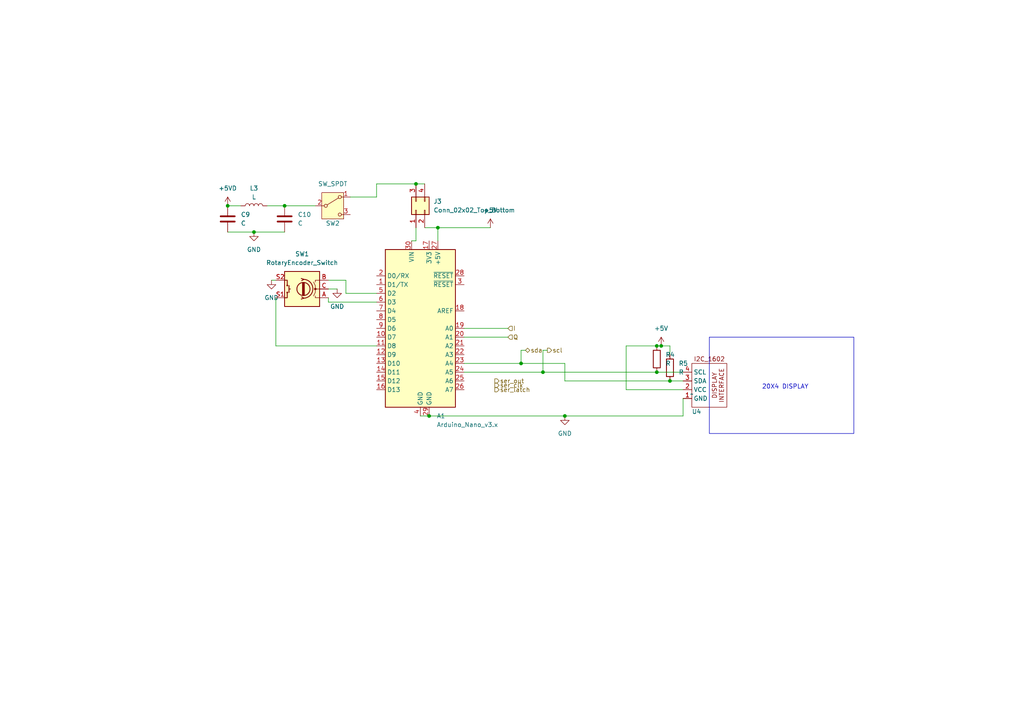
<source format=kicad_sch>
(kicad_sch (version 20230121) (generator eeschema)
  (paper "A4")
  (lib_symbols
    (symbol "Connector_Generic:Conn_02x02_Top_Bottom" (pin_names (offset 1.016) hide)
      (property "Reference" "J" (at 1.27 2.54 0))
      (property "Value" "Conn_02x02_Top_Bottom" (at 1.27 -5.08 0))
      (symbol "Conn_02x02_Top_Bottom_1_1"
        (rectangle (start -1.27 -2.413) (end 0 -2.667) (stroke (width 0.1524)))
        (rectangle (start -1.27 0.127) (end 0 -0.127) (stroke (width 0.1524)))
        (rectangle (start -1.27 1.27) (end 3.81 -3.81) (stroke (width 0.254)) (fill (type background)))
        (rectangle (start 3.81 -2.413) (end 2.54 -2.667) (stroke (width 0.1524)))
        (rectangle (start 3.81 0.127) (end 2.54 -0.127) (stroke (width 0.1524)))
        (pin passive line (at -5.08 0 0) (length 3.81) (name "Pin_1") (number "1"))
        (pin passive line (at -5.08 -2.54 0) (length 3.81) (name "Pin_2") (number "2"))
        (pin passive line (at 7.62 0 180) (length 3.81) (name "Pin_3") (number "3"))
        (pin passive line (at 7.62 -2.54 180) (length 3.81) (name "Pin_4") (number "4"))
      )
    )
    (symbol "Device:C" (pin_numbers hide) (pin_names (offset 0.254))
      (property "Reference" "C" (at 0.635 2.54 0))
      (property "Value" "C" (at 0.635 -2.54 0))
      (symbol "C_0_1"
        (polyline (pts (xy -2.032 -0.762) (xy 2.032 -0.762)) (stroke (width 0.508)))
        (polyline (pts (xy -2.032 0.762) (xy 2.032 0.762)) (stroke (width 0.508)))
      )
      (symbol "C_1_1"
        (pin passive line (at 0 3.81 270) (length 2.794) (name "~") (number "1"))
        (pin passive line (at 0 -3.81 90) (length 2.794) (name "~") (number "2"))
      )
    )
    (symbol "Device:L" (pin_numbers hide) (pin_names (offset 1.016) hide)
      (property "Reference" "L" (at -1.27 0 90))
      (property "Value" "L" (at 1.905 0 90))
      (symbol "L_0_1"
        (arc (start 0 -2.54) (mid 0.6323 -1.905) (end 0 -1.27))
        (arc (start 0 -1.27) (mid 0.6323 -0.635) (end 0 0))
        (arc (start 0 0) (mid 0.6323 0.635) (end 0 1.27))
        (arc (start 0 1.27) (mid 0.6323 1.905) (end 0 2.54))
      )
      (symbol "L_1_1"
        (pin passive line (at 0 3.81 270) (length 1.27) (name "1") (number "1"))
        (pin passive line (at 0 -3.81 90) (length 1.27) (name "2") (number "2"))
      )
    )
    (symbol "Device:R" (pin_numbers hide) (pin_names (offset 0))
      (property "Reference" "R" (at 2.032 0 90))
      (property "Value" "R" (at 0 0 90))
      (symbol "R_0_1"
        (rectangle (start -1.016 -2.54) (end 1.016 2.54) (stroke (width 0.254)))
      )
      (symbol "R_1_1"
        (pin passive line (at 0 3.81 270) (length 1.27) (name "~") (number "1"))
        (pin passive line (at 0 -3.81 90) (length 1.27) (name "~") (number "2"))
      )
    )
    (symbol "Device:RotaryEncoder_Switch" (pin_names (offset 0.254) hide)
      (property "Reference" "SW" (at 0 6.604 0))
      (property "Value" "RotaryEncoder_Switch" (at 0 -6.604 0))
      (symbol "RotaryEncoder_Switch_0_1"
        (rectangle (start -5.08 5.08) (end 5.08 -5.08) (stroke (width 0.254)) (fill (type background)))
        (circle (center -3.81 0) (radius 0.254) (fill (type outline)))
        (circle (center -0.381 0) (radius 1.905) (stroke (width 0.254)))
        (arc (start -0.381 2.667) (mid -3.0988 -0.0635) (end -0.381 -2.794) (stroke (width 0.254)))
        (polyline (pts (xy -0.635 -1.778) (xy -0.635 1.778)) (stroke (width 0.254)))
        (polyline (pts (xy -0.381 -1.778) (xy -0.381 1.778)) (stroke (width 0.254)))
        (polyline (pts (xy -0.127 1.778) (xy -0.127 -1.778)) (stroke (width 0.254)))
        (polyline (pts (xy 3.81 0) (xy 3.429 0)) (stroke (width 0.254)))
        (polyline (pts (xy 3.81 1.016) (xy 3.81 -1.016)) (stroke (width 0.254)))
        (polyline (pts (xy -5.08 -2.54) (xy -3.81 -2.54) (xy -3.81 -2.032)))
        (polyline (pts (xy -5.08 2.54) (xy -3.81 2.54) (xy -3.81 2.032)))
        (polyline (pts (xy 0.254 -3.048) (xy -0.508 -2.794) (xy 0.127 -2.413)) (stroke (width 0.254)))
        (polyline (pts (xy 0.254 2.921) (xy -0.508 2.667) (xy 0.127 2.286)) (stroke (width 0.254)))
        (polyline (pts (xy 5.08 -2.54) (xy 4.318 -2.54) (xy 4.318 -1.016)) (stroke (width 0.254)))
        (polyline (pts (xy 5.08 2.54) (xy 4.318 2.54) (xy 4.318 1.016)) (stroke (width 0.254)))
        (polyline (pts (xy -5.08 0) (xy -3.81 0) (xy -3.81 -1.016) (xy -3.302 -2.032)))
        (polyline (pts (xy -4.318 0) (xy -3.81 0) (xy -3.81 1.016) (xy -3.302 2.032)))
        (circle (center 4.318 -1.016) (radius 0.127) (stroke (width 0.254)))
        (circle (center 4.318 1.016) (radius 0.127) (stroke (width 0.254)))
      )
      (symbol "RotaryEncoder_Switch_1_1"
        (pin passive line (at -7.62 2.54 0) (length 2.54) (name "A") (number "A"))
        (pin passive line (at -7.62 -2.54 0) (length 2.54) (name "B") (number "B"))
        (pin passive line (at -7.62 0 0) (length 2.54) (name "C") (number "C"))
        (pin passive line (at 7.62 2.54 180) (length 2.54) (name "S1") (number "S1"))
        (pin passive line (at 7.62 -2.54 180) (length 2.54) (name "S2") (number "S2"))
      )
    )
    (symbol "MCU_Module:Arduino_Nano_v3.x"
      (property "Reference" "A" (at -10.16 23.495 0))
      (property "Value" "Arduino_Nano_v3.x" (at 5.08 -24.13 0))
      (symbol "Arduino_Nano_v3.x_0_1"
        (rectangle (start -10.16 22.86) (end 10.16 -22.86) (stroke (width 0.254)) (fill (type background)))
      )
      (symbol "Arduino_Nano_v3.x_1_1"
        (pin bidirectional line (at -12.7 12.7 0) (length 2.54) (name "D1/TX") (number "1"))
        (pin bidirectional line (at -12.7 -2.54 0) (length 2.54) (name "D7") (number "10"))
        (pin bidirectional line (at -12.7 -5.08 0) (length 2.54) (name "D8") (number "11"))
        (pin bidirectional line (at -12.7 -7.62 0) (length 2.54) (name "D9") (number "12"))
        (pin bidirectional line (at -12.7 -10.16 0) (length 2.54) (name "D10") (number "13"))
        (pin bidirectional line (at -12.7 -12.7 0) (length 2.54) (name "D11") (number "14"))
        (pin bidirectional line (at -12.7 -15.24 0) (length 2.54) (name "D12") (number "15"))
        (pin bidirectional line (at -12.7 -17.78 0) (length 2.54) (name "D13") (number "16"))
        (pin power_out line (at 2.54 25.4 270) (length 2.54) (name "3V3") (number "17"))
        (pin input line (at 12.7 5.08 180) (length 2.54) (name "AREF") (number "18"))
        (pin bidirectional line (at 12.7 0 180) (length 2.54) (name "A0") (number "19"))
        (pin bidirectional line (at -12.7 15.24 0) (length 2.54) (name "D0/RX") (number "2"))
        (pin bidirectional line (at 12.7 -2.54 180) (length 2.54) (name "A1") (number "20"))
        (pin bidirectional line (at 12.7 -5.08 180) (length 2.54) (name "A2") (number "21"))
        (pin bidirectional line (at 12.7 -7.62 180) (length 2.54) (name "A3") (number "22"))
        (pin bidirectional line (at 12.7 -10.16 180) (length 2.54) (name "A4") (number "23"))
        (pin bidirectional line (at 12.7 -12.7 180) (length 2.54) (name "A5") (number "24"))
        (pin bidirectional line (at 12.7 -15.24 180) (length 2.54) (name "A6") (number "25"))
        (pin bidirectional line (at 12.7 -17.78 180) (length 2.54) (name "A7") (number "26"))
        (pin power_out line (at 5.08 25.4 270) (length 2.54) (name "+5V") (number "27"))
        (pin input line (at 12.7 15.24 180) (length 2.54) (name "~{RESET}") (number "28"))
        (pin power_in line (at 2.54 -25.4 90) (length 2.54) (name "GND") (number "29"))
        (pin input line (at 12.7 12.7 180) (length 2.54) (name "~{RESET}") (number "3"))
        (pin power_in line (at -2.54 25.4 270) (length 2.54) (name "VIN") (number "30"))
        (pin power_in line (at 0 -25.4 90) (length 2.54) (name "GND") (number "4"))
        (pin bidirectional line (at -12.7 10.16 0) (length 2.54) (name "D2") (number "5"))
        (pin bidirectional line (at -12.7 7.62 0) (length 2.54) (name "D3") (number "6"))
        (pin bidirectional line (at -12.7 5.08 0) (length 2.54) (name "D4") (number "7"))
        (pin bidirectional line (at -12.7 2.54 0) (length 2.54) (name "D5") (number "8"))
        (pin bidirectional line (at -12.7 0 0) (length 2.54) (name "D6") (number "9"))
      )
    )
    (symbol "Switch:SW_SPDT" (pin_names (offset 0) hide)
      (property "Reference" "SW" (at 0 5.08 0))
      (property "Value" "SW_SPDT" (at 0 -5.08 0))
      (symbol "SW_SPDT_0_1"
        (circle (center -2.032 0) (radius 0.4572))
        (polyline (pts (xy -1.651 0.254) (xy 1.651 2.286)))
        (circle (center 2.032 -2.54) (radius 0.4572))
        (circle (center 2.032 2.54) (radius 0.4572))
      )
      (symbol "SW_SPDT_1_1"
        (rectangle (start -3.175 3.81) (end 3.175 -3.81) (fill (type background)))
        (pin passive line (at 5.08 2.54 180) (length 2.54) (name "A") (number "1"))
        (pin passive line (at -5.08 0 0) (length 2.54) (name "B") (number "2"))
        (pin passive line (at 5.08 -2.54 180) (length 2.54) (name "C") (number "3"))
      )
    )
    (symbol "i2c_1602_lib:i2c_1602"
      (property "Reference" "U" (at -8.89 3.81 0))
      (symbol "i2c_1602_0_1"
        (rectangle (start -10.16 2.54) (end 0 -10.16))
      )
      (symbol "i2c_1602_1_1"
        (text "DISPLAY\nINTERFACE" (at -7.62 -3.81 900) (effects (font (size 1.27 1.27))))
        (text "I2C_1602" (at -5.08 -11.43 0) (effects (font (size 1.27 1.27))))
        (pin power_in line (at 2.54 0 180) (length 2.54) (name "GND") (number "1"))
        (pin power_in line (at 2.54 -2.54 180) (length 2.54) (name "VCC") (number "2"))
        (pin bidirectional line (at 2.54 -5.08 180) (length 2.54) (name "SDA") (number "3"))
        (pin input line (at 2.54 -7.62 180) (length 2.54) (name "SCL") (number "4"))
      )
    )
    (symbol "power:+5V" (power) (pin_names (offset 0))
      (property "Value" "+5V" (at 0 3.556 0))
      (symbol "+5V_0_1"
        (polyline (pts (xy -0.762 1.27) (xy 0 2.54)))
        (polyline (pts (xy 0 0) (xy 0 2.54)))
        (polyline (pts (xy 0 2.54) (xy 0.762 1.27)))
      )
      (symbol "+5V_1_1"
        (pin power_in line (at 0 0 90) (length 0) hide (name "+5V") (number "1"))
      )
    )
    (symbol "power:+5VD" (power) (pin_names (offset 0))
      (property "Value" "+5VD" (at 0 3.556 0))
      (symbol "+5VD_0_1"
        (polyline (pts (xy -0.762 1.27) (xy 0 2.54)))
        (polyline (pts (xy 0 0) (xy 0 2.54)))
        (polyline (pts (xy 0 2.54) (xy 0.762 1.27)))
      )
      (symbol "+5VD_1_1"
        (pin power_in line (at 0 0 90) (length 0) hide (name "+5VD") (number "1"))
      )
    )
    (symbol "power:GND" (power) (pin_names (offset 0))
      (property "Value" "GND" (at 0 -3.81 0))
      (symbol "GND_0_1"
        (polyline (pts (xy 0 0) (xy 0 -1.27) (xy 1.27 -1.27) (xy 0 -2.54) (xy -1.27 -1.27) (xy 0 -1.27)))
      )
      (symbol "GND_1_1"
        (pin power_in line (at 0 0 270) (length 0) hide (name "GND") (number "1"))
      )
    )
  )
  (junction (at 191.77 100.33))
  (junction (at 157.48 107.95))
  (junction (at 163.83 120.65))
  (junction (at 190.5 107.95))
  (junction (at 73.66 67.31))
  (junction (at 82.55 59.69))
  (junction (at 127 66.04))
  (junction (at 66.04 59.69))
  (junction (at 120.65 53.34))
  (junction (at 124.46 120.65))
  (junction (at 194.31 110.49))
  (junction (at 190.5 100.33))
  (junction (at 151.13 105.41))
  (wire (pts (xy 198.12 113.03) (xy 181.61 113.03)))
  (wire (pts (xy 190.5 100.33) (xy 191.77 100.33)))
  (wire (pts (xy 77.47 59.69) (xy 82.55 59.69)))
  (wire (pts (xy 151.13 101.6) (xy 151.13 105.41)))
  (wire (pts (xy 95.25 83.82) (xy 97.79 83.82)))
  (wire (pts (xy 66.04 67.31) (xy 73.66 67.31)))
  (wire (pts (xy 127 69.85) (xy 127 66.04)))
  (wire (pts (xy 127 66.04) (xy 142.24 66.04)))
  (wire (pts (xy 157.48 101.6) (xy 157.48 107.95)))
  (wire (pts (xy 109.22 53.34) (xy 120.65 53.34)))
  (wire (pts (xy 181.61 100.33) (xy 190.5 100.33)))
  (wire (pts (xy 163.83 110.49) (xy 163.83 105.41)))
  (wire (pts (xy 109.22 57.15) (xy 109.22 53.34)))
  (wire (pts (xy 109.22 87.63) (xy 95.25 87.63)))
  (wire (pts (xy 163.83 105.41) (xy 151.13 105.41)))
  (wire (pts (xy 120.65 53.34) (xy 123.19 53.34)))
  (wire (pts (xy 191.77 100.33) (xy 194.31 100.33)))
  (wire (pts (xy 158.75 101.6) (xy 157.48 101.6)))
  (wire (pts (xy 134.62 107.95) (xy 157.48 107.95)))
  (wire (pts (xy 95.25 87.63) (xy 95.25 86.36)))
  (wire (pts (xy 120.65 69.85) (xy 119.38 69.85)))
  (wire (pts (xy 157.48 107.95) (xy 190.5 107.95)))
  (wire (pts (xy 121.92 120.65) (xy 124.46 120.65)))
  (wire (pts (xy 100.33 85.09) (xy 100.33 81.28)))
  (wire (pts (xy 181.61 113.03) (xy 181.61 100.33)))
  (wire (pts (xy 73.66 67.31) (xy 82.55 67.31)))
  (wire (pts (xy 127 66.04) (xy 123.19 66.04)))
  (wire (pts (xy 134.62 97.79) (xy 147.32 97.79)))
  (wire (pts (xy 80.01 86.36) (xy 80.01 100.33)))
  (wire (pts (xy 190.5 107.95) (xy 198.12 107.95)))
  (wire (pts (xy 151.13 105.41) (xy 134.62 105.41)))
  (wire (pts (xy 120.65 66.04) (xy 120.65 69.85)))
  (wire (pts (xy 194.31 102.87) (xy 194.31 100.33)))
  (wire (pts (xy 100.33 81.28) (xy 95.25 81.28)))
  (wire (pts (xy 163.83 120.65) (xy 198.12 120.65)))
  (wire (pts (xy 78.74 81.28) (xy 80.01 81.28)))
  (wire (pts (xy 80.01 100.33) (xy 109.22 100.33)))
  (wire (pts (xy 152.4 101.6) (xy 151.13 101.6)))
  (wire (pts (xy 198.12 120.65) (xy 198.12 115.57)))
  (wire (pts (xy 194.31 110.49) (xy 198.12 110.49)))
  (wire (pts (xy 124.46 120.65) (xy 163.83 120.65)))
  (wire (pts (xy 101.6 57.15) (xy 109.22 57.15)))
  (wire (pts (xy 109.22 85.09) (xy 100.33 85.09)))
  (wire (pts (xy 163.83 110.49) (xy 194.31 110.49)))
  (wire (pts (xy 82.55 59.69) (xy 91.44 59.69)))
  (wire (pts (xy 66.04 59.69) (xy 69.85 59.69)))
  (wire (pts (xy 134.62 95.25) (xy 147.32 95.25)))
  (rectangle (start 205.74 97.79) (end 247.65 125.73))
  (text "20X4 DISPLAY" (at 220.98 113.03 0) (effects (font (size 1.27 1.27)) (justify left bottom)))
  (hierarchical_label "ser_out" (shape output) (at 143.51 110.49 0))
  (hierarchical_label "Q" (shape input) (at 147.32 97.79 0))
  (hierarchical_label "sda" (shape bidirectional) (at 152.4 101.6 0))
  (hierarchical_label "scl" (shape output) (at 158.75 101.6 0))
  (hierarchical_label "ser_clk" (shape output) (at 143.51 111.76 0))
  (hierarchical_label "ser_latch" (shape output) (at 143.51 113.03 0))
  (hierarchical_label "I" (shape input) (at 147.32 95.25 0))
  (symbol (lib_id "Switch:SW_SPDT") (at 96.52 59.69 0) (unit 1)
    (property "Reference" "SW2" (at 96.52 64.77 0))
    (property "Value" "SW_SPDT" (at 96.52 53.34 0))
  )
  (symbol (lib_id "power:GND") (at 78.74 81.28 0) (unit 1)
    (property "Reference" "#PWR08" (effects hide))
    (property "Value" "GND" (at 78.74 86.36 0))
  )
  (symbol (lib_id "power:+5VD") (at 66.04 59.69 0) (unit 1)
    (property "Reference" "#PWR06" (effects hide))
    (property "Value" "+5VD" (at 66.04 54.61 0))
  )
  (symbol (lib_id "Device:L") (at 73.66 59.69 90) (unit 1)
    (property "Reference" "L3" (at 73.66 54.61 90))
    (property "Value" "L" (at 73.66 57.15 90))
  )
  (symbol (lib_id "power:+5V") (at 142.24 66.04 0) (unit 1)
    (property "Reference" "#PWR030" (effects hide))
    (property "Value" "+5V" (at 142.24 60.96 0))
  )
  (symbol (lib_id "power:GND") (at 73.66 67.31 0) (unit 1)
    (property "Reference" "#PWR07" (effects hide))
    (property "Value" "GND" (at 73.66 72.39 0))
  )
  (symbol (lib_id "Device:C") (at 66.04 63.5 0) (unit 1)
    (property "Reference" "C9" (at 69.85 62.23 0) (effects (justify left)))
    (property "Value" "C" (at 69.85 64.77 0) (effects (justify left)))
  )
  (symbol (lib_id "Device:R") (at 194.31 106.68 0) (unit 1)
    (property "Reference" "R5" (at 196.85 105.41 0) (effects (justify left)))
    (property "Value" "R" (at 196.85 107.95 0) (effects (justify left)))
  )
  (symbol (lib_id "i2c_1602_lib:i2c_1602") (at 200.66 115.57 180) (unit 1)
    (property "Reference" "U4" (at 200.66 119.38 0) (effects (justify right)))
    (property "Value" "~" (at 200.66 114.3 0))
  )
  (symbol (lib_id "MCU_Module:Arduino_Nano_v3.x") (at 121.92 95.25 0) (unit 1)
    (property "Reference" "A1" (at 126.6541 120.65 0) (effects (justify left)))
    (property "Value" "Arduino_Nano_v3.x" (at 126.6541 123.19 0) (effects (justify left)))
    (property "Footprint" "Module:Arduino_Nano" (effects hide))
    (property "Datasheet" "http://www.mouser.com/pdfdocs/Gravitech_Arduino_Nano3_0.pdf" (effects hide))
  )
  (symbol (lib_id "power:GND") (at 97.79 83.82 0) (unit 1)
    (property "Reference" "#PWR09" (effects hide))
    (property "Value" "GND" (at 97.79 88.9 0))
  )
  (symbol (lib_id "Device:R") (at 190.5 104.14 0) (unit 1)
    (property "Reference" "R4" (at 193.04 102.87 0) (effects (justify left)))
    (property "Value" "R" (at 193.04 105.41 0) (effects (justify left)))
  )
  (symbol (lib_id "power:GND") (at 163.83 120.65 0) (unit 1)
    (property "Reference" "#PWR083" (effects hide))
    (property "Value" "GND" (at 163.83 125.73 0))
  )
  (symbol (lib_id "Device:C") (at 82.55 63.5 0) (unit 1)
    (property "Reference" "C10" (at 86.36 62.23 0) (effects (justify left)))
    (property "Value" "C" (at 86.36 64.77 0) (effects (justify left)))
  )
  (symbol (lib_id "Device:RotaryEncoder_Switch") (at 87.63 83.82 180) (unit 1)
    (property "Reference" "SW1" (at 87.63 73.66 0))
    (property "Value" "RotaryEncoder_Switch" (at 87.63 76.2 0))
  )
  (symbol (lib_id "Connector_Generic:Conn_02x02_Top_Bottom") (at 120.65 60.96 90) (unit 1)
    (property "Reference" "J3" (at 125.73 58.42 90) (effects (justify right)))
    (property "Value" "Conn_02x02_Top_Bottom" (at 125.73 60.96 90) (effects (justify right)))
  )
  (symbol (lib_id "power:+5V") (at 191.77 100.33 0) (unit 1)
    (property "Reference" "#PWR084" (effects hide))
    (property "Value" "+5V" (at 191.77 95.25 0))
  )
)
</source>
